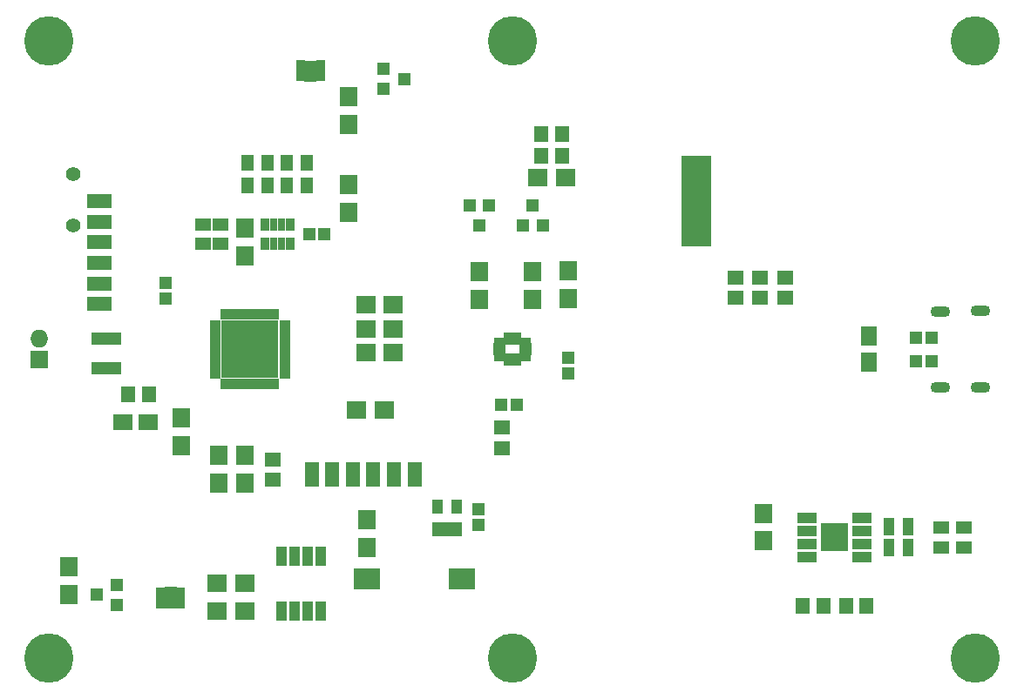
<source format=gbr>
G04 #@! TF.FileFunction,Soldermask,Top*
%FSLAX46Y46*%
G04 Gerber Fmt 4.6, Leading zero omitted, Abs format (unit mm)*
G04 Created by KiCad (PCBNEW 4.0.7) date Sun Apr  1 16:24:37 2018*
%MOMM*%
%LPD*%
G01*
G04 APERTURE LIST*
%ADD10C,0.100000*%
%ADD11R,2.900000X0.720000*%
%ADD12R,1.700000X1.900000*%
%ADD13R,1.150000X1.200000*%
%ADD14R,2.580000X2.000000*%
%ADD15C,4.800000*%
%ADD16R,1.750000X1.750000*%
%ADD17O,1.750000X1.750000*%
%ADD18R,1.200000X1.300000*%
%ADD19R,0.900000X1.200000*%
%ADD20R,0.800000X1.200000*%
%ADD21R,1.950000X1.000000*%
%ADD22R,1.575000X1.575000*%
%ADD23R,0.650000X1.100000*%
%ADD24R,1.100000X0.650000*%
%ADD25R,1.687500X1.687500*%
%ADD26R,1.050000X1.460000*%
%ADD27R,1.000000X1.950000*%
%ADD28R,2.400000X1.400000*%
%ADD29R,1.400000X2.400000*%
%ADD30R,1.650000X1.900000*%
%ADD31R,1.150000X0.700000*%
%ADD32R,1.050000X0.700000*%
%ADD33R,1.050000X0.750000*%
%ADD34R,0.700000X1.150000*%
%ADD35O,1.900000X1.100000*%
%ADD36R,1.900000X1.650000*%
%ADD37R,1.600000X1.300000*%
%ADD38R,1.300000X1.600000*%
%ADD39R,1.900000X1.700000*%
%ADD40R,2.900000X1.300000*%
%ADD41R,1.400000X1.650000*%
%ADD42R,1.200000X1.150000*%
%ADD43R,1.650000X1.400000*%
%ADD44R,1.100000X1.700000*%
%ADD45R,1.200000X0.880000*%
%ADD46R,0.825000X0.800000*%
%ADD47R,1.550000X1.350000*%
%ADD48R,1.300000X1.200000*%
%ADD49C,1.400000*%
G04 APERTURE END LIST*
D10*
D11*
X239800000Y-55360000D03*
X239800000Y-55980000D03*
X239800000Y-56600000D03*
X239800000Y-57220000D03*
X239800000Y-57840000D03*
X239800000Y-58460000D03*
X239800000Y-59080000D03*
X239800000Y-59700000D03*
X239800000Y-60320000D03*
X239800000Y-60940000D03*
X239800000Y-61560000D03*
X239800000Y-62180000D03*
X239800000Y-62800000D03*
X239800000Y-63420000D03*
D12*
X178800000Y-97650000D03*
X178800000Y-94950000D03*
D13*
X227300000Y-76150000D03*
X227300000Y-74650000D03*
D14*
X207810000Y-96100000D03*
X216990000Y-96100000D03*
D15*
X176900000Y-103800000D03*
X221900000Y-43800000D03*
X266900000Y-43800000D03*
X221900000Y-103800000D03*
X266900000Y-103800000D03*
X176900000Y-43800000D03*
D16*
X175900000Y-74800000D03*
D17*
X175900000Y-72800000D03*
D18*
X219650000Y-59800000D03*
X217750000Y-59800000D03*
X218700000Y-61800000D03*
X222950000Y-61800000D03*
X224850000Y-61800000D03*
X223900000Y-59800000D03*
D19*
X197900000Y-63500000D03*
D20*
X199500000Y-63500000D03*
X198700000Y-63500000D03*
D19*
X200300000Y-63500000D03*
D20*
X198700000Y-61700000D03*
D19*
X197900000Y-61700000D03*
D20*
X199500000Y-61700000D03*
D19*
X200300000Y-61700000D03*
D21*
X250500000Y-90195000D03*
X250500000Y-91465000D03*
X250500000Y-92735000D03*
X250500000Y-94005000D03*
X255900000Y-94005000D03*
X255900000Y-92735000D03*
X255900000Y-91465000D03*
X255900000Y-90195000D03*
D22*
X253787500Y-92687500D03*
X253787500Y-91512500D03*
X252612500Y-92687500D03*
X252612500Y-91512500D03*
D23*
X193900000Y-77200000D03*
X194400000Y-77200000D03*
X194900000Y-77200000D03*
X195400000Y-77200000D03*
X195900000Y-77200000D03*
X196400000Y-77200000D03*
X196900000Y-77200000D03*
X197400000Y-77200000D03*
X197900000Y-77200000D03*
X198400000Y-77200000D03*
X198900000Y-77200000D03*
D24*
X199800000Y-76300000D03*
X199800000Y-75800000D03*
X199800000Y-75300000D03*
X199800000Y-74800000D03*
X199800000Y-74300000D03*
X199800000Y-73800000D03*
X199800000Y-73300000D03*
X199800000Y-72800000D03*
X199800000Y-72300000D03*
X199800000Y-71800000D03*
X199800000Y-71300000D03*
D23*
X198900000Y-70400000D03*
X198400000Y-70400000D03*
X197900000Y-70400000D03*
X197400000Y-70400000D03*
X196900000Y-70400000D03*
X196400000Y-70400000D03*
X195900000Y-70400000D03*
X195400000Y-70400000D03*
X194900000Y-70400000D03*
X194400000Y-70400000D03*
X193900000Y-70400000D03*
D24*
X193000000Y-71300000D03*
X193000000Y-71800000D03*
X193000000Y-72300000D03*
X193000000Y-72800000D03*
X193000000Y-73300000D03*
X193000000Y-73800000D03*
X193000000Y-74300000D03*
X193000000Y-74800000D03*
X193000000Y-75300000D03*
X193000000Y-75800000D03*
X193000000Y-76300000D03*
D25*
X198331250Y-71868750D03*
X197043750Y-71868750D03*
X195756250Y-71868750D03*
X194468750Y-71868750D03*
X198331250Y-73156250D03*
X197043750Y-73156250D03*
X195756250Y-73156250D03*
X194468750Y-73156250D03*
X198331250Y-74443750D03*
X197043750Y-74443750D03*
X195756250Y-74443750D03*
X194468750Y-74443750D03*
X198331250Y-75731250D03*
X197043750Y-75731250D03*
X195756250Y-75731250D03*
X194468750Y-75731250D03*
D26*
X214600000Y-91300000D03*
X215550000Y-91300000D03*
X216500000Y-91300000D03*
X216500000Y-89100000D03*
X214600000Y-89100000D03*
D27*
X199490000Y-99300000D03*
X200760000Y-99300000D03*
X202030000Y-99300000D03*
X203300000Y-99300000D03*
X203300000Y-93900000D03*
X202030000Y-93900000D03*
X200760000Y-93900000D03*
X199490000Y-93900000D03*
D19*
X191500000Y-63500000D03*
D20*
X193100000Y-63500000D03*
X192300000Y-63500000D03*
D19*
X193900000Y-63500000D03*
D20*
X192300000Y-61700000D03*
D19*
X191500000Y-61700000D03*
D20*
X193100000Y-61700000D03*
D19*
X193900000Y-61700000D03*
D28*
X181800000Y-69400000D03*
X181800000Y-67400000D03*
X181800000Y-65400000D03*
X181800000Y-63400000D03*
X181800000Y-61400000D03*
X181800000Y-59400000D03*
D29*
X212400000Y-86000000D03*
X210400000Y-86000000D03*
X208400000Y-86000000D03*
X206400000Y-86000000D03*
X204400000Y-86000000D03*
X202400000Y-86000000D03*
D30*
X256500000Y-75050000D03*
X256500000Y-72550000D03*
D31*
X220650000Y-73550000D03*
X220650000Y-74050000D03*
D32*
X220650000Y-74600000D03*
X220650000Y-73000000D03*
D33*
X223150000Y-73000000D03*
D31*
X223150000Y-73550000D03*
X223150000Y-74050000D03*
D32*
X223150000Y-74600000D03*
D34*
X221900000Y-74800000D03*
X222400000Y-74800000D03*
X221400000Y-74800000D03*
X221900000Y-72800000D03*
X221400000Y-72800000D03*
X222400000Y-72800000D03*
D35*
X263450000Y-70125000D03*
X263450000Y-77500000D03*
X267350000Y-70100000D03*
X267350000Y-77500000D03*
D36*
X184050000Y-80900000D03*
X186550000Y-80900000D03*
D37*
X263600000Y-91100000D03*
X265800000Y-91100000D03*
X263600000Y-93100000D03*
X265800000Y-93100000D03*
D38*
X196200000Y-55700000D03*
X196200000Y-57900000D03*
X198100000Y-55700000D03*
X198100000Y-57900000D03*
X200000000Y-55700000D03*
X200000000Y-57900000D03*
X201900000Y-55700000D03*
X201900000Y-57900000D03*
D12*
X246300000Y-89750000D03*
X246300000Y-92450000D03*
D39*
X206750000Y-79700000D03*
X209450000Y-79700000D03*
D12*
X206000000Y-60450000D03*
X206000000Y-57750000D03*
X189700000Y-83150000D03*
X189700000Y-80450000D03*
D39*
X210350000Y-71800000D03*
X207650000Y-71800000D03*
X207650000Y-69500000D03*
X210350000Y-69500000D03*
D12*
X223900000Y-66250000D03*
X223900000Y-68950000D03*
X218700000Y-66250000D03*
X218700000Y-68950000D03*
X195900000Y-64750000D03*
X195900000Y-62050000D03*
D39*
X210350000Y-74100000D03*
X207650000Y-74100000D03*
D12*
X195900000Y-84150000D03*
X195900000Y-86850000D03*
X193400000Y-84150000D03*
X193400000Y-86850000D03*
D39*
X193250000Y-99300000D03*
X195950000Y-99300000D03*
X193250000Y-96600000D03*
X195950000Y-96600000D03*
D12*
X227300000Y-66150000D03*
X227300000Y-68850000D03*
D39*
X227050000Y-57100000D03*
X224350000Y-57100000D03*
D40*
X182500000Y-75650000D03*
X182500000Y-72750000D03*
D41*
X250100000Y-98800000D03*
X252100000Y-98800000D03*
X256300000Y-98800000D03*
X254300000Y-98800000D03*
X186600000Y-78200000D03*
X184600000Y-78200000D03*
D13*
X188200000Y-67350000D03*
X188200000Y-68850000D03*
D42*
X222350000Y-79200000D03*
X220850000Y-79200000D03*
X203650000Y-62600000D03*
X202150000Y-62600000D03*
D43*
X220900000Y-81400000D03*
X220900000Y-83400000D03*
D13*
X218600000Y-90900000D03*
X218600000Y-89400000D03*
D41*
X224700000Y-55000000D03*
X226700000Y-55000000D03*
X224700000Y-52900000D03*
X226700000Y-52900000D03*
D43*
X198600000Y-84500000D03*
X198600000Y-86500000D03*
X243600000Y-68800000D03*
X243600000Y-66800000D03*
X246000000Y-68800000D03*
X246000000Y-66800000D03*
X248400000Y-66800000D03*
X248400000Y-68800000D03*
D42*
X262650000Y-75000000D03*
X261150000Y-75000000D03*
X262650000Y-72700000D03*
X261150000Y-72700000D03*
D44*
X260389398Y-91035280D03*
X258489398Y-91035280D03*
X260389398Y-93100000D03*
X258489398Y-93100000D03*
D45*
X202300000Y-47400000D03*
D46*
X203250000Y-47350000D03*
X203250000Y-46700000D03*
X203250000Y-46050000D03*
X201350000Y-47350000D03*
X201350000Y-46700000D03*
X201350000Y-46050000D03*
D47*
X202300000Y-46400000D03*
D45*
X188700000Y-97300000D03*
D46*
X187750000Y-97350000D03*
X187750000Y-98000000D03*
X187750000Y-98650000D03*
X189650000Y-97350000D03*
X189650000Y-98000000D03*
X189650000Y-98650000D03*
D47*
X188700000Y-98300000D03*
D48*
X183500000Y-98650000D03*
X183500000Y-96750000D03*
X181500000Y-97700000D03*
X209400000Y-46550000D03*
X209400000Y-48450000D03*
X211400000Y-47500000D03*
D12*
X207800000Y-93050000D03*
X207800000Y-90350000D03*
X206000000Y-49250000D03*
X206000000Y-51950000D03*
D49*
X179200000Y-56800000D03*
X179200000Y-61800000D03*
M02*

</source>
